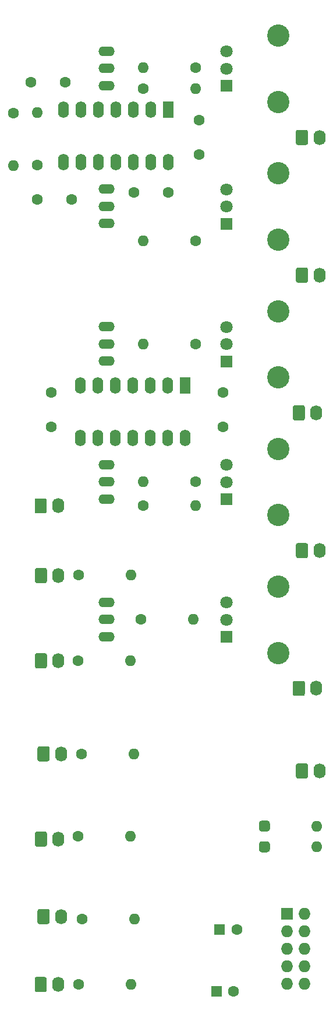
<source format=gbr>
%TF.GenerationSoftware,KiCad,Pcbnew,(5.1.9)-1*%
%TF.CreationDate,2021-07-02T20:28:59+01:00*%
%TF.ProjectId,MultMixer,4d756c74-4d69-4786-9572-2e6b69636164,rev?*%
%TF.SameCoordinates,Original*%
%TF.FileFunction,Soldermask,Bot*%
%TF.FilePolarity,Negative*%
%FSLAX46Y46*%
G04 Gerber Fmt 4.6, Leading zero omitted, Abs format (unit mm)*
G04 Created by KiCad (PCBNEW (5.1.9)-1) date 2021-07-02 20:28:59*
%MOMM*%
%LPD*%
G01*
G04 APERTURE LIST*
%ADD10O,1.740000X2.190000*%
%ADD11O,2.362000X1.362000*%
%ADD12O,1.600000X2.400000*%
%ADD13R,1.600000X2.400000*%
%ADD14C,3.240000*%
%ADD15C,1.800000*%
%ADD16R,1.800000X1.800000*%
%ADD17O,1.600000X1.600000*%
%ADD18C,1.600000*%
%ADD19R,1.727200X1.727200*%
%ADD20O,1.727200X1.727200*%
%ADD21R,1.600000X1.600000*%
G04 APERTURE END LIST*
D10*
%TO.C,LED*%
X177000000Y-206000000D03*
G36*
G01*
X173590000Y-206844441D02*
X173590000Y-205155559D01*
G75*
G02*
X173840559Y-204905000I250559J0D01*
G01*
X175079441Y-204905000D01*
G75*
G02*
X175330000Y-205155559I0J-250559D01*
G01*
X175330000Y-206844441D01*
G75*
G02*
X175079441Y-207095000I-250559J0D01*
G01*
X173840559Y-207095000D01*
G75*
G02*
X173590000Y-206844441I0J250559D01*
G01*
G37*
%TD*%
D11*
%TO.C,SW5*%
X184000000Y-155500000D03*
X184000000Y-150500000D03*
X184000000Y-153000000D03*
%TD*%
%TO.C,SW4*%
X184000000Y-135500000D03*
X184000000Y-130500000D03*
X184000000Y-133000000D03*
%TD*%
%TO.C,SW3*%
X184000000Y-115500000D03*
X184000000Y-110500000D03*
X184000000Y-113000000D03*
%TD*%
%TO.C,SW2*%
X184000000Y-95500000D03*
X184000000Y-90500000D03*
X184000000Y-93000000D03*
%TD*%
%TO.C,SW1*%
X184000000Y-75500000D03*
X184000000Y-70500000D03*
X184000000Y-73000000D03*
%TD*%
D10*
%TO.C,MIX OUT*%
X215000000Y-175000000D03*
G36*
G01*
X211590000Y-175845001D02*
X211590000Y-174154999D01*
G75*
G02*
X211839999Y-173905000I249999J0D01*
G01*
X213080001Y-173905000D01*
G75*
G02*
X213330000Y-174154999I0J-249999D01*
G01*
X213330000Y-175845001D01*
G75*
G02*
X213080001Y-176095000I-249999J0D01*
G01*
X211839999Y-176095000D01*
G75*
G02*
X211590000Y-175845001I0J249999D01*
G01*
G37*
%TD*%
%TO.C,IN 5*%
X214540000Y-163000000D03*
G36*
G01*
X211130000Y-163845001D02*
X211130000Y-162154999D01*
G75*
G02*
X211379999Y-161905000I249999J0D01*
G01*
X212620001Y-161905000D01*
G75*
G02*
X212870000Y-162154999I0J-249999D01*
G01*
X212870000Y-163845001D01*
G75*
G02*
X212620001Y-164095000I-249999J0D01*
G01*
X211379999Y-164095000D01*
G75*
G02*
X211130000Y-163845001I0J249999D01*
G01*
G37*
%TD*%
%TO.C,IN 4*%
X215000000Y-143000000D03*
G36*
G01*
X211590000Y-143845001D02*
X211590000Y-142154999D01*
G75*
G02*
X211839999Y-141905000I249999J0D01*
G01*
X213080001Y-141905000D01*
G75*
G02*
X213330000Y-142154999I0J-249999D01*
G01*
X213330000Y-143845001D01*
G75*
G02*
X213080001Y-144095000I-249999J0D01*
G01*
X211839999Y-144095000D01*
G75*
G02*
X211590000Y-143845001I0J249999D01*
G01*
G37*
%TD*%
%TO.C,IN 3*%
X214540000Y-123000000D03*
G36*
G01*
X211130000Y-123845001D02*
X211130000Y-122154999D01*
G75*
G02*
X211379999Y-121905000I249999J0D01*
G01*
X212620001Y-121905000D01*
G75*
G02*
X212870000Y-122154999I0J-249999D01*
G01*
X212870000Y-123845001D01*
G75*
G02*
X212620001Y-124095000I-249999J0D01*
G01*
X211379999Y-124095000D01*
G75*
G02*
X211130000Y-123845001I0J249999D01*
G01*
G37*
%TD*%
%TO.C,IN 2*%
X215000000Y-103000000D03*
G36*
G01*
X211590000Y-103845001D02*
X211590000Y-102154999D01*
G75*
G02*
X211839999Y-101905000I249999J0D01*
G01*
X213080001Y-101905000D01*
G75*
G02*
X213330000Y-102154999I0J-249999D01*
G01*
X213330000Y-103845001D01*
G75*
G02*
X213080001Y-104095000I-249999J0D01*
G01*
X211839999Y-104095000D01*
G75*
G02*
X211590000Y-103845001I0J249999D01*
G01*
G37*
%TD*%
%TO.C,IN 1*%
X215000000Y-83000000D03*
G36*
G01*
X211590000Y-83845001D02*
X211590000Y-82154999D01*
G75*
G02*
X211839999Y-81905000I249999J0D01*
G01*
X213080001Y-81905000D01*
G75*
G02*
X213330000Y-82154999I0J-249999D01*
G01*
X213330000Y-83845001D01*
G75*
G02*
X213080001Y-84095000I-249999J0D01*
G01*
X211839999Y-84095000D01*
G75*
G02*
X211590000Y-83845001I0J249999D01*
G01*
G37*
%TD*%
%TO.C,OUT 5*%
X177415000Y-196125000D03*
G36*
G01*
X174005000Y-196970001D02*
X174005000Y-195279999D01*
G75*
G02*
X174254999Y-195030000I249999J0D01*
G01*
X175495001Y-195030000D01*
G75*
G02*
X175745000Y-195279999I0J-249999D01*
G01*
X175745000Y-196970001D01*
G75*
G02*
X175495001Y-197220000I-249999J0D01*
G01*
X174254999Y-197220000D01*
G75*
G02*
X174005000Y-196970001I0J249999D01*
G01*
G37*
%TD*%
%TO.C,OUT 3*%
X177415000Y-172500000D03*
G36*
G01*
X174005000Y-173345001D02*
X174005000Y-171654999D01*
G75*
G02*
X174254999Y-171405000I249999J0D01*
G01*
X175495001Y-171405000D01*
G75*
G02*
X175745000Y-171654999I0J-249999D01*
G01*
X175745000Y-173345001D01*
G75*
G02*
X175495001Y-173595000I-249999J0D01*
G01*
X174254999Y-173595000D01*
G75*
G02*
X174005000Y-173345001I0J249999D01*
G01*
G37*
%TD*%
%TO.C,OUT 4*%
X177040000Y-184875000D03*
G36*
G01*
X173630000Y-185720001D02*
X173630000Y-184029999D01*
G75*
G02*
X173879999Y-183780000I249999J0D01*
G01*
X175120001Y-183780000D01*
G75*
G02*
X175370000Y-184029999I0J-249999D01*
G01*
X175370000Y-185720001D01*
G75*
G02*
X175120001Y-185970000I-249999J0D01*
G01*
X173879999Y-185970000D01*
G75*
G02*
X173630000Y-185720001I0J249999D01*
G01*
G37*
%TD*%
%TO.C,OUT 2*%
X177040000Y-159000000D03*
G36*
G01*
X173630000Y-159845001D02*
X173630000Y-158154999D01*
G75*
G02*
X173879999Y-157905000I249999J0D01*
G01*
X175120001Y-157905000D01*
G75*
G02*
X175370000Y-158154999I0J-249999D01*
G01*
X175370000Y-159845001D01*
G75*
G02*
X175120001Y-160095000I-249999J0D01*
G01*
X173879999Y-160095000D01*
G75*
G02*
X173630000Y-159845001I0J249999D01*
G01*
G37*
%TD*%
%TO.C,OUT 1*%
X177040000Y-146625000D03*
G36*
G01*
X173630000Y-147470001D02*
X173630000Y-145779999D01*
G75*
G02*
X173879999Y-145530000I249999J0D01*
G01*
X175120001Y-145530000D01*
G75*
G02*
X175370000Y-145779999I0J-249999D01*
G01*
X175370000Y-147470001D01*
G75*
G02*
X175120001Y-147720000I-249999J0D01*
G01*
X173879999Y-147720000D01*
G75*
G02*
X173630000Y-147470001I0J249999D01*
G01*
G37*
%TD*%
%TO.C,MULT IN*%
X177000000Y-136500000D03*
G36*
G01*
X173590000Y-137345001D02*
X173590000Y-135654999D01*
G75*
G02*
X173839999Y-135405000I249999J0D01*
G01*
X175080001Y-135405000D01*
G75*
G02*
X175330000Y-135654999I0J-249999D01*
G01*
X175330000Y-137345001D01*
G75*
G02*
X175080001Y-137595000I-249999J0D01*
G01*
X173839999Y-137595000D01*
G75*
G02*
X173590000Y-137345001I0J249999D01*
G01*
G37*
%TD*%
D12*
%TO.C,U2*%
X193000000Y-86620000D03*
X177760000Y-79000000D03*
X190460000Y-86620000D03*
X180300000Y-79000000D03*
X187920000Y-86620000D03*
X182840000Y-79000000D03*
X185380000Y-86620000D03*
X185380000Y-79000000D03*
X182840000Y-86620000D03*
X187920000Y-79000000D03*
X180300000Y-86620000D03*
X190460000Y-79000000D03*
X177760000Y-86620000D03*
D13*
X193000000Y-79000000D03*
%TD*%
D12*
%TO.C,U1*%
X195500000Y-126620000D03*
X180260000Y-119000000D03*
X192960000Y-126620000D03*
X182800000Y-119000000D03*
X190420000Y-126620000D03*
X185340000Y-119000000D03*
X187880000Y-126620000D03*
X187880000Y-119000000D03*
X185340000Y-126620000D03*
X190420000Y-119000000D03*
X182800000Y-126620000D03*
X192960000Y-119000000D03*
X180260000Y-126620000D03*
D13*
X195500000Y-119000000D03*
%TD*%
D14*
%TO.C,RV5*%
X209007000Y-157840000D03*
X209007000Y-148240000D03*
D15*
X201507000Y-150540000D03*
X201507000Y-153040000D03*
D16*
X201507000Y-155540000D03*
%TD*%
D14*
%TO.C,RV4*%
X209007000Y-137840000D03*
X209007000Y-128240000D03*
D15*
X201507000Y-130540000D03*
X201507000Y-133040000D03*
D16*
X201507000Y-135540000D03*
%TD*%
D14*
%TO.C,RV3*%
X209007000Y-117840000D03*
X209007000Y-108240000D03*
D15*
X201507000Y-110540000D03*
X201507000Y-113040000D03*
D16*
X201507000Y-115540000D03*
%TD*%
D14*
%TO.C,RV2*%
X209007000Y-97840000D03*
X209007000Y-88240000D03*
D15*
X201507000Y-90540000D03*
X201507000Y-93040000D03*
D16*
X201507000Y-95540000D03*
%TD*%
D14*
%TO.C,RV1*%
X209007000Y-77840000D03*
X209007000Y-68240000D03*
D15*
X201507000Y-70540000D03*
X201507000Y-73040000D03*
D16*
X201507000Y-75540000D03*
%TD*%
D17*
%TO.C,R15*%
X197000000Y-75900000D03*
D18*
X189380000Y-75900000D03*
%TD*%
D17*
%TO.C,R14*%
X170500000Y-87120000D03*
D18*
X170500000Y-79500000D03*
%TD*%
D17*
%TO.C,R13*%
X174000000Y-79380000D03*
D18*
X174000000Y-87000000D03*
%TD*%
D17*
%TO.C,R12*%
X196620000Y-153000000D03*
D18*
X189000000Y-153000000D03*
%TD*%
D17*
%TO.C,R11*%
X189380000Y-133000000D03*
D18*
X197000000Y-133000000D03*
%TD*%
D17*
%TO.C,R10*%
X189380000Y-113000000D03*
D18*
X197000000Y-113000000D03*
%TD*%
D17*
%TO.C,R9*%
X189380000Y-98000000D03*
D18*
X197000000Y-98000000D03*
%TD*%
D17*
%TO.C,R8*%
X189380000Y-72900000D03*
D18*
X197000000Y-72900000D03*
%TD*%
D17*
%TO.C,R7*%
X187620000Y-206000000D03*
D18*
X180000000Y-206000000D03*
%TD*%
D17*
%TO.C,R6*%
X188120000Y-196500000D03*
D18*
X180500000Y-196500000D03*
%TD*%
D17*
%TO.C,R5*%
X188000000Y-172500000D03*
D18*
X180380000Y-172500000D03*
%TD*%
D17*
%TO.C,R4*%
X187500000Y-184500000D03*
D18*
X179880000Y-184500000D03*
%TD*%
D17*
%TO.C,R3*%
X187500000Y-159000000D03*
D18*
X179880000Y-159000000D03*
%TD*%
D17*
%TO.C,R2*%
X187620000Y-146500000D03*
D18*
X180000000Y-146500000D03*
%TD*%
D17*
%TO.C,R1*%
X197000000Y-136500000D03*
D18*
X189380000Y-136500000D03*
%TD*%
D19*
%TO.C,J2*%
X210250000Y-195750000D03*
D20*
X212790000Y-195750000D03*
X210250000Y-198290000D03*
X212790000Y-198290000D03*
X210250000Y-200830000D03*
X212790000Y-200830000D03*
X210250000Y-203370000D03*
X212790000Y-203370000D03*
X210250000Y-205910000D03*
X212790000Y-205910000D03*
%TD*%
D17*
%TO.C,D2*%
X214620000Y-183000000D03*
G36*
G01*
X206200000Y-183400000D02*
X206200000Y-182600000D01*
G75*
G02*
X206600000Y-182200000I400000J0D01*
G01*
X207400000Y-182200000D01*
G75*
G02*
X207800000Y-182600000I0J-400000D01*
G01*
X207800000Y-183400000D01*
G75*
G02*
X207400000Y-183800000I-400000J0D01*
G01*
X206600000Y-183800000D01*
G75*
G02*
X206200000Y-183400000I0J400000D01*
G01*
G37*
%TD*%
%TO.C,D1*%
X214620000Y-186000000D03*
G36*
G01*
X206200000Y-186400000D02*
X206200000Y-185600000D01*
G75*
G02*
X206600000Y-185200000I400000J0D01*
G01*
X207400000Y-185200000D01*
G75*
G02*
X207800000Y-185600000I0J-400000D01*
G01*
X207800000Y-186400000D01*
G75*
G02*
X207400000Y-186800000I-400000J0D01*
G01*
X206600000Y-186800000D01*
G75*
G02*
X206200000Y-186400000I0J400000D01*
G01*
G37*
%TD*%
D18*
%TO.C,C8*%
X197500000Y-80500000D03*
X197500000Y-85500000D03*
%TD*%
%TO.C,C7*%
X179000000Y-92000000D03*
X174000000Y-92000000D03*
%TD*%
%TO.C,C6*%
X201000000Y-125000000D03*
X201000000Y-120000000D03*
%TD*%
%TO.C,C5*%
X176000000Y-120000000D03*
X176000000Y-125000000D03*
%TD*%
%TO.C,C4*%
X178000000Y-75000000D03*
X173000000Y-75000000D03*
%TD*%
%TO.C,C3*%
X193000000Y-91000000D03*
X188000000Y-91000000D03*
%TD*%
%TO.C,C2*%
X202500000Y-207000000D03*
D21*
X200000000Y-207000000D03*
%TD*%
D18*
%TO.C,C1*%
X203000000Y-198000000D03*
D21*
X200500000Y-198000000D03*
%TD*%
M02*

</source>
